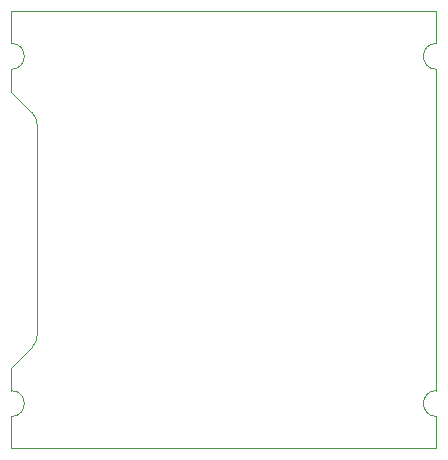
<source format=gko>
G04*
G04 #@! TF.GenerationSoftware,Altium Limited,Altium Designer,24.10.1 (45)*
G04*
G04 Layer_Color=16711935*
%FSLAX25Y25*%
%MOIN*%
G70*
G04*
G04 #@! TF.SameCoordinates,F1BA22F4-9FB4-4C3A-9B32-68D4286BD9C5*
G04*
G04*
G04 #@! TF.FilePolarity,Positive*
G04*
G01*
G75*
%ADD11C,0.00394*%
D11*
X0Y10630D02*
G03*
X0Y19291I0J4331D01*
G01*
Y126378D02*
G03*
X0Y135039I0J4331D01*
G01*
X141732D02*
G03*
X141732Y126378I0J-4331D01*
G01*
Y19291D02*
G03*
X141732Y10630I0J-4331D01*
G01*
X6991Y33763D02*
G03*
X8661Y37795I-4033J4033D01*
G01*
Y107874D02*
G03*
X6991Y111907I-5703J0D01*
G01*
X0Y26772D02*
X6991Y33763D01*
X0Y118898D02*
X6991Y111907D01*
X8661Y56693D02*
Y87402D01*
Y37795D02*
Y56693D01*
Y87402D02*
Y107874D01*
X0Y118898D02*
Y126378D01*
Y19291D02*
Y26772D01*
Y0D02*
Y10630D01*
Y135039D02*
Y145669D01*
X141732Y135039D02*
Y145669D01*
Y19291D02*
Y126378D01*
Y0D02*
Y10630D01*
X0Y0D02*
X141732D01*
X-0Y145669D02*
X141732D01*
M02*

</source>
